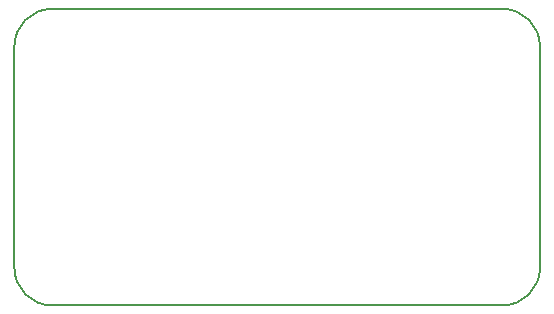
<source format=gbr>
%TF.GenerationSoftware,KiCad,Pcbnew,(5.1.12)-1*%
%TF.CreationDate,2023-04-24T20:04:47-05:00*%
%TF.ProjectId,Tag Connector,54616720-436f-46e6-9e65-63746f722e6b,rev?*%
%TF.SameCoordinates,Original*%
%TF.FileFunction,Profile,NP*%
%FSLAX46Y46*%
G04 Gerber Fmt 4.6, Leading zero omitted, Abs format (unit mm)*
G04 Created by KiCad (PCBNEW (5.1.12)-1) date 2023-04-24 20:04:47*
%MOMM*%
%LPD*%
G01*
G04 APERTURE LIST*
%TA.AperFunction,Profile*%
%ADD10C,0.200000*%
%TD*%
G04 APERTURE END LIST*
D10*
X175210679Y-55011440D02*
G75*
G02*
X178385679Y-58186440I0J-3175000D01*
G01*
X133885680Y-58186440D02*
G75*
G02*
X137060680Y-55011440I3175000J0D01*
G01*
X133885680Y-58186440D02*
X133885680Y-76936440D01*
X137060680Y-80111440D02*
X175210679Y-80111440D01*
X175210679Y-55011440D02*
X137060680Y-55011440D01*
X178385679Y-76936440D02*
X178385679Y-58186440D01*
X178385679Y-76936440D02*
G75*
G02*
X175210679Y-80111440I-3175000J0D01*
G01*
X137060680Y-80111440D02*
G75*
G02*
X133885680Y-76936440I0J3175000D01*
G01*
M02*

</source>
